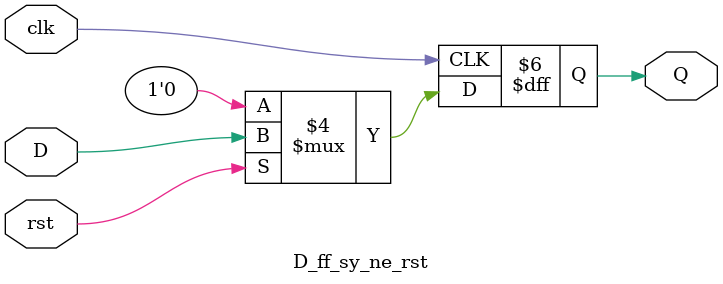
<source format=sv>
module D_ff_sy_ne_rst(Q,D,clk,rst);
  input D,clk,rst;
  output reg Q;
  
  always @(posedge clk )
    begin
      if(!rst) Q <= 1'b0; 
      else Q <= D;
    end
endmodule

</source>
